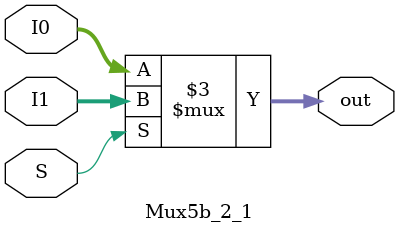
<source format=sv>
module Mux5b_2_1(I0,I1,S,out);
  input [4:0]I0,I1;
  input S;
  output [4:0]out;
  reg [4:0]out;
  always @ (I0,I1,S)
    begin
      case(S)
        1'b0: out = I0;
        default : out = I1;
      endcase
    end
endmodule
</source>
